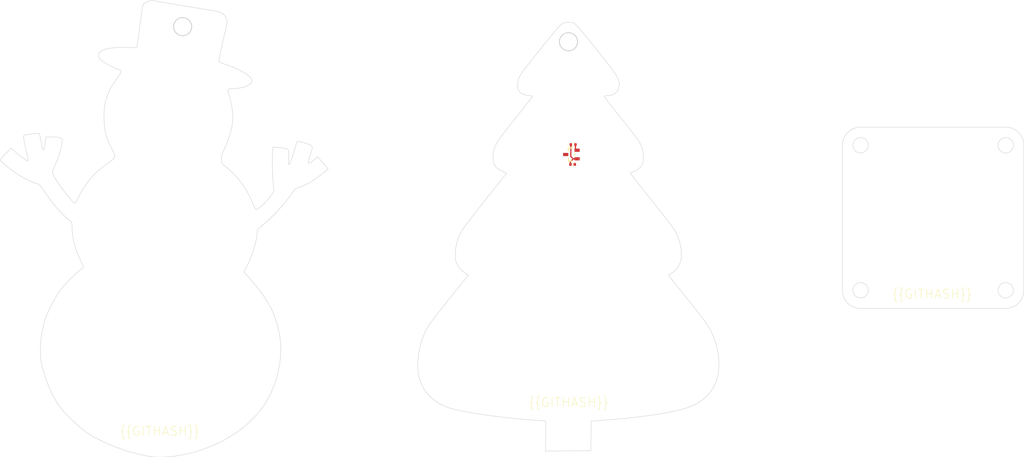
<source format=kicad_pcb>
(kicad_pcb (version 20221018) (generator pcbnew)
  (layers (0 "F.Cu" signal) (31 "B.Cu" signal) (34 "B.Paste" user) (35 "F.Paste" user) (36 "B.SilkS" user "B.Silkscreen") (37 "F.SilkS" user "F.Silkscreen") (38 "B.Mask" user) (39 "F.Mask" user) (44 "Edge.Cuts" user))
  (net 0 "")
  (net 1 "gnd")
  (net 2 "out")
  (net 3 "vcc")
  (footprint "lib:R0402" (layer "F.Cu") (at 162.254297 81.643967)
    (fp_text reference "R1" hide)
    (fp_text value "Chip Resistor - Surface Mount 1KOhms ±5% 1/16W 0402 RoHS")
    (fp_line (start -0.153641 -0.38) (end 0.153641 -0.38) (stroke (width 0.12)) (layer "F.SilkS"))
    (fp_line (start -0.153641 0.38) (end 0.153641 0.38) (stroke (width 0.12)) (layer "F.SilkS"))
    (pad "1" smd roundrect (at -0.51 0) (size 0.54 0.64) (layers "F.Cu" "F.Paste" "F.Mask") (net 3 "vcc"))
    (pad "2" smd roundrect (at 0.51 0) (size 0.54 0.64) (layers "F.Cu" "F.Paste" "F.Mask") (net 2 "out"))
  )
  (footprint "lib:SOT-23-3_L2.9-W1.3-P1.90-LS2.4-BR-CW" (layer "F.Cu") (at 161.87 83.83)
    (fp_text reference "U1" hide)
    (fp_text value "")
    (fp_line (start -0.65 -1.46) (end -0.65 -0.8) (stroke (width 0.25)) (layer "F.SilkS"))
    (fp_line (start -0.65 -1.46) (end 0.17 -1.46) (stroke (width 0.25)) (layer "F.SilkS"))
    (fp_line (start -0.65 -0.8) (end -0.65 -1.46) (stroke (width 0.25)) (layer "F.SilkS"))
    (fp_line (start -0.65 -0.8) (end -0.65 -1.46) (stroke (width 0.25)) (layer "F.SilkS"))
    (fp_line (start -0.65 1.46) (end -0.65 0.8) (stroke (width 0.25)) (layer "F.SilkS"))
    (fp_line (start 0.17 1.46) (end -0.65 1.46) (stroke (width 0.25)) (layer "F.SilkS"))
    (fp_line (start 0.76 0.3) (end 0.76 -0.3) (stroke (width 0.2)) (layer "F.SilkS"))
    (pad "1" smd rect (at 1.25 0.95) (size 1.15 0.7) (layers "F.Cu" "F.Paste" "F.Mask") (net 3 "vcc"))
    (pad "2" smd rect (at -1.25 0) (size 1.15 0.7) (layers "F.Cu" "F.Paste" "F.Mask") (net 1 "gnd"))
    (pad "3" smd rect (at 1.25 -0.95) (size 1.15 0.7) (layers "F.Cu" "F.Paste" "F.Mask") (net 2 "out"))
  )
  (footprint "lib:C0402" (layer "F.Cu") (at 162.135535 86.013842)
    (fp_text reference "C1" hide)
    (fp_text value "16V 100nF X7R ±10% 0402  Multilayer Ceramic Capacitors MLCC - SMD/SMT ROHS")
    (fp_line (start -0.107836 -0.36) (end 0.107836 -0.36) (stroke (width 0.12)) (layer "F.SilkS"))
    (fp_line (start -0.107836 0.36) (end 0.107836 0.36) (stroke (width 0.12)) (layer "F.SilkS"))
    (pad "1" smd roundrect (at -0.48 0) (size 0.56 0.62) (layers "F.Cu" "F.Paste" "F.Mask") (net 3 "vcc"))
    (pad "2" smd roundrect (at 0.48 0) (size 0.56 0.62) (layers "F.Cu" "F.Paste" "F.Mask") (net 1 "gnd"))
  )
  (gr_circle (center 225.62 81.79) (end 227.32 81.79) (stroke (width 0.1)) (fill none) (layer "Edge.Cuts"))
  (gr_circle (center 257.62 113.79) (end 259.32 113.79) (stroke (width 0.1)) (fill none) (layer "Edge.Cuts"))
  (gr_circle (center 257.62 81.79) (end 259.32 81.79) (stroke (width 0.1)) (fill none) (layer "Edge.Cuts"))
  (gr_poly (pts (xy 75.142222 50.797022) (xy 79.756606 51.568267) (xy 82.366969 51.99203) (xy 83.019066 52.095762) (xy 83.303876 52.146979) (xy 83.563537 52.198618) (xy 83.799806 52.251323) (xy 84.01444 52.305736) (xy 84.209196 52.362498) (xy 84.385831 52.422252) (xy 84.546102 52.485641) (xy 84.691766 52.553306) (xy 84.824581 52.62589) (xy 84.946303 52.704035) (xy 85.05869 52.788383) (xy 85.163499 52.879577) (xy 85.262486 52.978258) (xy 85.357409 53.08507) (xy 85.479286 53.234958) (xy 85.586233 53.378736) (xy 85.634185 53.44915) (xy 85.678498 53.519015) (xy 85.719202 53.588656) (xy 85.75633 53.658402) (xy 85.789911 53.728576) (xy 85.819976 53.799506) (xy 85.846558 53.871517) (xy 85.869686 53.944936) (xy 85.889392 54.020089) (xy 85.905707 54.097301) (xy 85.918662 54.176899) (xy 85.928287 54.259209) (xy 85.934615 54.344557) (xy 85.937675 54.433269) (xy 85.937499 54.525672) (xy 85.934119 54.62209) (xy 85.927564 54.722851) (xy 85.917866 54.82828) (xy 85.889166 55.054449) (xy 85.848266 55.303204) (xy 85.795414 55.577155) (xy 85.730859 55.878909) (xy 85.654849 56.211077) (xy 84.878546 59.55341) (xy 84.657875 60.550977) (xy 84.450892 61.532488) (xy 84.331406 62.116419) (xy 84.229648 62.629765) (xy 84.15639 63.017063) (xy 84.122409 63.222849) (xy 84.123062 63.236814) (xy 84.127967 63.251873) (xy 84.137065 63.268001) (xy 84.150302 63.285171) (xy 84.167619 63.303357) (xy 84.188962 63.322534) (xy 84.214273 63.342674) (xy 84.243497 63.363751) (xy 84.313454 63.408613) (xy 84.398381 63.456909) (xy 84.497828 63.50843) (xy 84.611342 63.562966) (xy 84.738473 63.620306) (xy 84.878767 63.680241) (xy 85.031775 63.742561) (xy 85.197043 63.807056) (xy 85.374121 63.873515) (xy 85.562558 63.94173) (xy 85.7619 64.011489) (xy 85.971698 64.082583) (xy 86.585981 64.296029) (xy 87.172975 64.516947) (xy 87.730729 64.744054) (xy 88.257293 64.976069) (xy 88.75072 65.211708) (xy 89.209058 65.449689) (xy 89.63036 65.68873) (xy 90.012676 65.927548) (xy 90.354056 66.16486) (xy 90.652552 66.399385) (xy 90.906214 66.629839) (xy 91.113092 66.85494) (xy 91.271238 67.073405) (xy 91.378702 67.283953) (xy 91.412819 67.385857) (xy 91.433535 67.485301) (xy 91.440605 67.582123) (xy 91.433787 67.676165) (xy 91.41712 67.753004) (xy 91.390362 67.829368) (xy 91.35383 67.905131) (xy 91.307839 67.980165) (xy 91.252707 68.054343) (xy 91.188749 68.12754) (xy 91.116281 68.199626) (xy 91.03562 68.270477) (xy 90.947082 68.339964) (xy 90.850984 68.407961) (xy 90.747641 68.47434) (xy 90.637371 68.538975) (xy 90.520488 68.601739) (xy 90.39731 68.662505) (xy 90.268153 68.721145) (xy 90.133332 68.777534) (xy 89.993165 68.831543) (xy 89.847967 68.883047) (xy 89.543745 68.978027) (xy 89.223197 69.06146) (xy 88.888852 69.132329) (xy 88.54324 69.189618) (xy 88.188892 69.232313) (xy 88.009232 69.24787) (xy 87.828337 69.259397) (xy 87.646523 69.266767) (xy 87.464106 69.269854) (xy 87.202959 69.272042) (xy 86.97453 69.277492) (xy 86.777472 69.288473) (xy 86.690288 69.296746) (xy 86.610443 69.307253) (xy 86.537768 69.320276) (xy 86.472096 69.3361) (xy 86.413258 69.355009) (xy 86.361087 69.377285) (xy 86.315414 69.403211) (xy 86.276071 69.433073) (xy 86.24289 69.467154) (xy 86.215703 69.505736) (xy 86.194342 69.549103) (xy 86.178638 69.59754) (xy 86.168424 69.65133) (xy 86.163532 69.710755) (xy 86.163793 69.776101) (xy 86.169039 69.847649) (xy 86.179102 69.925685) (xy 86.193814 70.010491) (xy 86.236514 70.20155) (xy 86.295792 70.423093) (xy 86.370304 70.677389) (xy 86.458705 70.966708) (xy 86.582128 71.384478) (xy 86.694998 71.803093) (xy 86.797211 72.221567) (xy 86.888665 72.638919) (xy 86.969257 73.054166) (xy 87.038885 73.466323) (xy 87.097447 73.874409) (xy 87.144838 74.277439) (xy 87.180958 74.674432) (xy 87.205702 75.064404) (xy 87.21897 75.446371) (xy 87.220657 75.819352) (xy 87.210662 76.182361) (xy 87.188881 76.534418) (xy 87.155212 76.874538) (xy 87.109553 77.201739) (xy 86.986123 77.871628) (xy 86.830027 78.558912) (xy 86.643845 79.255662) (xy 86.430157 79.953949) (xy 86.19154 80.645848) (xy 85.930575 81.323429) (xy 85.649841 81.978766) (xy 85.351916 82.60393) (xy 85.189192 82.938586) (xy 85.118752 83.093315) (xy 85.055229 83.240939) (xy 84.998352 83.382431) (xy 84.947849 83.518761) (xy 84.903447 83.650903) (xy 84.864875 83.779828) (xy 84.831859 83.906506) (xy 84.804129 84.031911) (xy 84.781412 84.157013) (xy 84.763435 84.282785) (xy 84.749927 84.410197) (xy 84.740615 84.540223) (xy 84.735228 84.673833) (xy 84.733493 84.811999) (xy 84.736223 85.129082) (xy 84.741369 85.261496) (xy 84.750575 85.379459) (xy 84.764997 85.485194) (xy 84.774524 85.534172) (xy 84.785789 85.580928) (xy 84.798934 85.625739) (xy 84.814106 85.668884) (xy 84.831447 85.710641) (xy 84.851104 85.751288) (xy 84.873219 85.791103) (xy 84.897937 85.830364) (xy 84.925403 85.869349) (xy 84.955761 85.908337) (xy 84.989155 85.947605) (xy 85.02573 85.987432) (xy 85.109 86.069873) (xy 85.206725 86.157886) (xy 85.320061 86.253696) (xy 85.598185 86.477602) (xy 86.096863 86.886277) (xy 86.577755 87.306529) (xy 87.04138 87.739064) (xy 87.488258 88.184586) (xy 87.918909 88.6438) (xy 88.333852 89.117412) (xy 88.733607 89.606125) (xy 89.118694 90.110646) (xy 89.489632 90.631678) (xy 89.846941 91.169927) (xy 90.19114 91.726098) (xy 90.52275 92.300895) (xy 90.84229 92.895024) (xy 91.150279 93.509189) (xy 91.447237 94.144095) (xy 91.733683 94.800448) (xy 91.84059 95.047283) (xy 91.945802 95.277558) (xy 92.046625 95.486234) (xy 92.140364 95.668271) (xy 92.224324 95.818627) (xy 92.295813 95.932265) (xy 92.326039 95.973739) (xy 92.352136 96.004143) (xy 92.373767 96.022848) (xy 92.382804 96.027616) (xy 92.390597 96.029223) (xy 92.399173 96.028006) (xy 92.410522 96.024397) (xy 92.441219 96.010237) (xy 92.482045 95.987221) (xy 92.53236 95.955824) (xy 92.591521 95.916524) (xy 92.658887 95.869798) (xy 92.815666 95.755976) (xy 92.997564 95.618173) (xy 93.199447 95.460204) (xy 93.416182 95.285885) (xy 93.642634 95.099032) (xy 93.891007 94.882848) (xy 94.141366 94.648628) (xy 94.390948 94.400061) (xy 94.636991 94.140836) (xy 94.87673 93.874641) (xy 95.107403 93.605164) (xy 95.326247 93.336095) (xy 95.530498 93.071122) (xy 95.717394 92.813933) (xy 95.884171 92.568218) (xy 96.028066 92.337665) (xy 96.146316 92.125962) (xy 96.236159 91.936798) (xy 96.294829 91.773863) (xy 96.311612 91.703383) (xy 96.319566 91.640844) (xy 96.318345 91.586706) (xy 96.307605 91.54143) (xy 96.264441 91.378418) (xy 96.221593 91.121805) (xy 96.138989 90.373142) (xy 96.064068 89.386161) (xy 96.001109 88.251583) (xy 95.954389 87.060129) (xy 95.928186 85.902519) (xy 95.926777 84.869474) (xy 95.95444 84.051714) (xy 96.07471 82.177477) (xy 97.36716 82.304781) (xy 98.13507 82.379263) (xy 98.441266 82.413109) (xy 98.700599 82.449744) (xy 98.916803 82.492956) (xy 99.009898 82.518212) (xy 99.09361 82.546534) (xy 99.168406 82.578395) (xy 99.234753 82.614268) (xy 99.293117 82.654627) (xy 99.343964 82.699946) (xy 99.387763 82.750698) (xy 99.424978 82.807357) (xy 99.456076 82.870396) (xy 99.481525 82.94029) (xy 99.501791 83.017511) (xy 99.51734 83.102533) (xy 99.536155 83.297877) (xy 99.541702 83.530109) (xy 99.537716 83.803018) (xy 99.51607 84.486025) (xy 99.501811 85.019341) (xy 99.495778 85.429631) (xy 99.49953 85.727933) (xy 99.505563 85.838537) (xy 99.514626 85.925284) (xy 99.526915 85.989553) (xy 99.542625 86.032723) (xy 99.551823 86.046828) (xy 99.56195 86.056175) (xy 99.573029 86.060938) (xy 99.585085 86.061289) (xy 99.612224 86.049443) (xy 99.643564 86.022019) (xy 99.679299 85.980395) (xy 99.719623 85.925951) (xy 99.770963 85.835961) (xy 99.83738 85.6921) (xy 100.00736 85.267042) (xy 100.213404 84.699332) (xy 100.439353 84.037526) (xy 100.669049 83.330178) (xy 100.886332 82.625845) (xy 101.075044 81.973082) (xy 101.219027 81.420443) (xy 101.232451 81.367288) (xy 101.246658 81.317349) (xy 101.261814 81.270604) (xy 101.278084 81.227032) (xy 101.295634 81.186611) (xy 101.314631 81.149321) (xy 101.33524 81.115138) (xy 101.357628 81.084043) (xy 101.381959 81.056013) (xy 101.4084 81.031027) (xy 101.437117 81.009064) (xy 101.468275 80.990102) (xy 101.502041 80.974119) (xy 101.538581 80.961095) (xy 101.578059 80.951007) (xy 101.620643 80.943835) (xy 101.666497 80.939556) (xy 101.715788 80.938149) (xy 101.768682 80.939594) (xy 101.825345 80.943867) (xy 101.885942 80.950949) (xy 101.950639 80.960817) (xy 102.019603 80.97345) (xy 102.092998 80.988826) (xy 102.170992 81.006924) (xy 102.253749 81.027723) (xy 102.434219 81.077337) (xy 102.635734 81.137495) (xy 102.859622 81.208025) (xy 103.581471 81.438726) (xy 103.868146 81.535185) (xy 104.108644 81.625316) (xy 104.212356 81.669476) (xy 104.305459 81.713816) (xy 104.388264 81.758923) (xy 104.461082 81.805384) (xy 104.524226 81.853787) (xy 104.578006 81.904719) (xy 104.622735 81.958768) (xy 104.658725 82.01652) (xy 104.686285 82.078563) (xy 104.705729 82.145484) (xy 104.717368 82.217871) (xy 104.721513 82.296311) (xy 104.718476 82.381392) (xy 104.708568 82.4737) (xy 104.692102 82.573823) (xy 104.669388 82.682348) (xy 104.606464 82.926954) (xy 104.522289 83.212218) (xy 104.300158 83.92351) (xy 104.076968 84.658354) (xy 103.993442 84.95378) (xy 103.929762 85.203046) (xy 103.886777 85.407528) (xy 103.865337 85.568604) (xy 103.862962 85.633296) (xy 103.866292 85.687652) (xy 103.875434 85.731846) (xy 103.890492 85.766049) (xy 103.911574 85.790433) (xy 103.938786 85.805172) (xy 103.972234 85.810436) (xy 104.012025 85.806398) (xy 104.058263 85.79323) (xy 104.111056 85.771105) (xy 104.236732 85.700671) (xy 104.3899 85.596472) (xy 104.571411 85.459887) (xy 105.02286 85.095065) (xy 105.918216 84.355181) (xy 106.388476 84.86751) (xy 106.496975 84.987739) (xy 106.625318 85.133369) (xy 106.92254 85.478508) (xy 107.242155 85.858286) (xy 107.546176 86.22806) (xy 108.2336 87.076296) (xy 106.72333 88.254687) (xy 106.031007 88.783192) (xy 105.392025 89.245391) (xy 105.089314 89.453516) (xy 104.796071 89.647331) (xy 104.511007 89.827593) (xy 104.232833 89.995056) (xy 103.960259 90.150478) (xy 103.691998 90.294613) (xy 103.426759 90.428217) (xy 103.163254 90.552046) (xy 102.900193 90.666855) (xy 102.636288 90.773401) (xy 102.370249 90.872439) (xy 102.100787 90.964724) (xy 101.955978 91.013649) (xy 101.818902 91.062832) (xy 101.689432 91.112348) (xy 101.567439 91.162273) (xy 101.452795 91.212683) (xy 101.345371 91.263651) (xy 101.245039 91.315254) (xy 101.151671 91.367567) (xy 101.065138 91.420665) (xy 100.985313 91.474624) (xy 100.912065 91.529517) (xy 100.845269 91.585421) (xy 100.784794 91.642412) (xy 100.730512 91.700563) (xy 100.682296 91.759951) (xy 100.640017 91.82065) (xy 100.313962 92.312951) (xy 99.958065 92.82026) (xy 99.575318 93.339289) (xy 99.168711 93.866747) (xy 98.741234 94.399346) (xy 98.295878 94.933795) (xy 97.835635 95.466804) (xy 97.363494 95.995083) (xy 96.882446 96.515343) (xy 96.395482 97.024295) (xy 95.905593 97.518647) (xy 95.415769 97.995111) (xy 94.929002 98.450396) (xy 94.44828 98.881213) (xy 93.976596 99.284272) (xy 93.51694 99.656283) (xy 93.364132 99.777198) (xy 93.228349 99.887118) (xy 93.108601 99.987555) (xy 93.003899 100.080022) (xy 92.913256 100.166032) (xy 92.835682 100.247098) (xy 92.770188 100.324733) (xy 92.741662 100.362737) (xy 92.715786 100.40045) (xy 92.692435 100.438062) (xy 92.671487 100.475762) (xy 92.652817 100.513738) (xy 92.636302 100.552181) (xy 92.621819 100.591279) (xy 92.609244 100.631221) (xy 92.589322 100.714395) (xy 92.575548 100.803215) (xy 92.566934 100.899195) (xy 92.56249 101.003847) (xy 92.561229 101.118685) (xy 92.548214 101.459191) (xy 92.510172 101.840399) (xy 92.448603 102.257479) (xy 92.365007 102.705605) (xy 92.260885 103.179948) (xy 92.137739 103.675679) (xy 91.997068 104.187971) (xy 91.840373 104.711996) (xy 91.669155 105.242926) (xy 91.484915 105.775933) (xy 91.289154 106.306188) (xy 91.083372 106.828864) (xy 90.86907 107.339132) (xy 90.647749 107.832164) (xy 90.420909 108.303133) (xy 90.190051 108.74721) (xy 89.658061 109.729433) (xy 90.799319 111.025652) (xy 91.552256 111.894452) (xy 92.247519 112.726345) (xy 92.887901 113.52649) (xy 93.476195 114.300047) (xy 94.015193 115.052178) (xy 94.507688 115.788042) (xy 94.956473 116.5128) (xy 95.364341 117.231612) (xy 95.734083 117.949638) (xy 96.068493 118.672038) (xy 96.370364 119.403974) (xy 96.642488 120.150605) (xy 96.887657 120.917091) (xy 97.108665 121.708593) (xy 97.308304 122.530271) (xy 97.489367 123.387286) (xy 97.659586 124.435519) (xy 97.764545 125.512723) (xy 97.805707 126.613102) (xy 97.784533 127.73086) (xy 97.702485 128.860202) (xy 97.561026 129.995332) (xy 97.361618 131.130454) (xy 97.105722 132.259774) (xy 96.794801 133.377494) (xy 96.430316 134.47782) (xy 96.01373 135.554956) (xy 95.546505 136.603107) (xy 95.030102 137.616476) (xy 94.465984 138.589268) (xy 93.855613 139.515689) (xy 93.20045 140.389941) (xy 92.386005 141.350273) (xy 91.510226 142.273552) (xy 90.576227 143.158109) (xy 89.587122 144.002278) (xy 88.546024 144.80439) (xy 87.456048 145.562779) (xy 86.320308 146.275777) (xy 85.141916 146.941716) (xy 83.923988 147.558929) (xy 82.669636 148.125749) (xy 81.381976 148.640508) (xy 80.06412 149.101539) (xy 78.719182 149.507174) (xy 77.350277 149.855747) (xy 75.960518 150.145589) (xy 74.553019 150.375033) (xy 73.862872 150.459306) (xy 73.131633 150.525975) (xy 72.383923 150.574372) (xy 71.644361 150.603827) (xy 70.93757 150.613671) (xy 70.288169 150.603235) (xy 69.720779 150.57185) (xy 69.475532 150.548093) (xy 69.26002 150.518847) (xy 69.260051 150.518832) (xy 67.831835 150.262486) (xy 66.416949 149.953785) (xy 65.016193 149.592984) (xy 63.630368 149.180338) (xy 62.260274 148.716103) (xy 60.90671 148.200532) (xy 59.570477 147.633881) (xy 58.252375 147.016405) (xy 57.283074 146.528505) (xy 56.847829 146.298277) (xy 56.438641 146.072324) (xy 56.050351 145.846994) (xy 55.6778 145.618633) (xy 55.315827 145.383588) (xy 54.959273 145.138205) (xy 54.602979 144.87883) (xy 54.241783 144.601811) (xy 53.870528 144.303492) (xy 53.484054 143.980222) (xy 52.644807 143.244211) (xy 51.682765 142.36455) (xy 51.097036 141.804159) (xy 50.54538 141.238954) (xy 50.025658 140.665073) (xy 49.535731 140.078649) (xy 49.07346 139.475819) (xy 48.636705 138.852719) (xy 48.223328 138.205483) (xy 47.831189 137.530249) (xy 47.458149 136.823151) (xy 47.10207 136.080325) (xy 46.760812 135.297907) (xy 46.432236 134.472032) (xy 46.114202 133.598836) (xy 45.804573 132.674455) (xy 45.501208 131.695024) (xy 45.201968 130.656679) (xy 45.078569 130.147371) (xy 44.978794 129.594224) (xy 44.90231 129.00242) (xy 44.848785 128.377144) (xy 44.817886 127.723579) (xy 44.809281 127.046907) (xy 44.822637 126.352311) (xy 44.857621 125.644974) (xy 44.913901 124.93008) (xy 44.991145 124.212811) (xy 45.089019 123.498351) (xy 45.207191 122.791883) (xy 45.345328 122.098589) (xy 45.503099 121.423652) (xy 45.68017 120.772256) (xy 45.876208 120.149584) (xy 46.005143 119.787909) (xy 46.154924 119.401263) (xy 46.508073 118.570286) (xy 46.917749 117.69111) (xy 47.366047 116.79819) (xy 47.83506 115.92598) (xy 48.306883 115.108937) (xy 48.76361 114.381515) (xy 48.980717 114.062179) (xy 49.187335 113.77817) (xy 49.387433 113.519297) (xy 49.599256 113.255538) (xy 50.056372 112.715109) (xy 50.555279 112.160374) (xy 51.092575 111.594824) (xy 51.664855 111.021952) (xy 52.268718 110.445248) (xy 52.900758 109.868205) (xy 53.557574 109.294314) (xy 54.329783 108.634142) (xy 53.616031 107.110232) (xy 53.390001 106.6154) (xy 53.179365 106.128819) (xy 52.984012 105.650049) (xy 52.803829 105.178652) (xy 52.638704 104.71419) (xy 52.488525 104.256224) (xy 52.353181 103.804315) (xy 52.232559 103.358025) (xy 52.126547 102.916915) (xy 52.035034 102.480548) (xy 51.957906 102.048484) (xy 51.895053 101.620284) (xy 51.846363 101.195511) (xy 51.811722 100.773726) (xy 51.79102 100.35449) (xy 51.784144 99.937365) (xy 51.780657 99.620612) (xy 51.776007 99.482669) (xy 51.769161 99.357285) (xy 51.759927 99.243666) (xy 51.748111 99.141014) (xy 51.733519 99.048534) (xy 51.715958 98.96543) (xy 51.695233 98.890904) (xy 51.671153 98.824161) (xy 51.643523 98.764406) (xy 51.612149 98.71084) (xy 51.576839 98.662669) (xy 51.537399 98.619096) (xy 51.493635 98.579325) (xy 51.445353 98.542559) (xy 51.149902 98.324092) (xy 50.839064 98.073347) (xy 50.514896 97.792628) (xy 50.179453 97.484238) (xy 49.834791 97.150482) (xy 49.482966 96.793665) (xy 49.126033 96.41609) (xy 48.766047 96.020062) (xy 48.405065 95.607885) (xy 48.045142 95.181864) (xy 47.688333 94.744302) (xy 47.336694 94.297504) (xy 46.992281 93.843774) (xy 46.657149 93.385417) (xy 46.333354 92.924737) (xy 46.022952 92.464037) (xy 45.611719 91.844971) (xy 45.279782 91.362091) (xy 45.137757 91.165551) (xy 45.008606 90.995655) (xy 44.89001 90.849933) (xy 44.779654 90.725918) (xy 44.675221 90.621143) (xy 44.574392 90.533138) (xy 44.474852 90.459437) (xy 44.374284 90.397571) (xy 44.27037 90.345073) (xy 44.160793 90.299474) (xy 44.043237 90.258307) (xy 43.915385 90.219103) (xy 43.593888 90.117525) (xy 43.255864 89.996009) (xy 42.903268 89.855657) (xy 42.538058 89.697573) (xy 42.162189 89.522858) (xy 41.777618 89.332616) (xy 41.386301 89.127951) (xy 40.990194 88.909964) (xy 40.591254 88.679759) (xy 40.191438 88.438438) (xy 39.792701 88.187105) (xy 39.396999 87.926862) (xy 39.00629 87.658812) (xy 38.622529 87.384058) (xy 38.247673 87.103703) (xy 37.883677 86.81885) (xy 37.49456 86.502783) (xy 37.131548 86.199554) (xy 36.802586 85.916398) (xy 36.515619 85.660548) (xy 36.278593 85.439239) (xy 36.099452 85.259705) (xy 36.034071 85.187865) (xy 35.986141 85.129182) (xy 35.956654 85.08456) (xy 35.946605 85.054903) (xy 35.948192 85.042433) (xy 35.952903 85.026953) (xy 35.971384 84.987332) (xy 36.001425 84.936776) (xy 36.042403 84.876021) (xy 36.093695 84.805804) (xy 36.154681 84.726859) (xy 36.224736 84.639924) (xy 36.303239 84.545735) (xy 36.389567 84.445026) (xy 36.483097 84.338536) (xy 36.689276 84.11115) (xy 36.916796 83.869466) (xy 37.037003 83.745102) (xy 37.160678 83.619372) (xy 38.374759 82.395922) (xy 39.365809 83.301684) (xy 39.814301 83.698656) (xy 40.266196 84.075272) (xy 40.704205 84.419302) (xy 41.111041 84.718514) (xy 41.469414 84.960676) (xy 41.625024 85.056541) (xy 41.762035 85.133557) (xy 41.878286 85.190195) (xy 41.971615 85.224926) (xy 42.039863 85.236222) (xy 42.063905 85.232603) (xy 42.080867 85.222552) (xy 42.085566 85.215268) (xy 42.089233 85.203934) (xy 42.093537 85.169549) (xy 42.093921 85.120268) (xy 42.090523 85.056964) (xy 42.083485 84.98051) (xy 42.072948 84.891778) (xy 42.059051 84.79164) (xy 42.041937 84.68097) (xy 41.998614 84.43152) (xy 41.944105 84.150408) (xy 41.879534 83.844615) (xy 41.806025 83.52112) (xy 41.578977 82.541169) (xy 41.399614 81.732306) (xy 41.265507 81.079136) (xy 41.174225 80.56626) (xy 41.123338 80.17828) (xy 41.112283 80.026315) (xy 41.110416 79.899799) (xy 41.117432 79.796809) (xy 41.133029 79.71542) (xy 41.156901 79.653706) (xy 41.188746 79.609743) (xy 41.213078 79.592846) (xy 41.252556 79.575085) (xy 41.372962 79.537437) (xy 41.541984 79.497733) (xy 41.751641 79.456905) (xy 42.26094 79.37561) (xy 42.837013 79.301016) (xy 43.416018 79.240586) (xy 43.934111 79.201782) (xy 44.150364 79.192822) (xy 44.327447 79.192067) (xy 44.45738 79.20045) (xy 44.532183 79.218905) (xy 44.538527 79.223215) (xy 44.545097 79.229471) (xy 44.551878 79.23762) (xy 44.558855 79.247608) (xy 44.573336 79.272888) (xy 44.588416 79.304879) (xy 44.603974 79.343154) (xy 44.619887 79.387282) (xy 44.636031 79.436835) (xy 44.652284 79.491383) (xy 44.668525 79.550496) (xy 44.684629 79.613746) (xy 44.700475 79.680703) (xy 44.715939 79.750937) (xy 44.7309 79.82402) (xy 44.745234 79.899521) (xy 44.75882 79.977012) (xy 44.771533 80.056063) (xy 44.946351 81.130774) (xy 45.025944 81.564983) (xy 45.101061 81.931234) (xy 45.172253 82.230134) (xy 45.24007 82.462288) (xy 45.305063 82.628302) (xy 45.336673 82.686696) (xy 45.367783 82.728781) (xy 45.398463 82.754634) (xy 45.428781 82.764331) (xy 45.458807 82.757947) (xy 45.488608 82.735557) (xy 45.518254 82.697238) (xy 45.547814 82.643066) (xy 45.606951 82.487462) (xy 45.666568 82.269351) (xy 45.727218 81.98934) (xy 45.78945 81.648032) (xy 45.853816 81.246035) (xy 46.055377 79.918581) (xy 47.417926 79.96628) (xy 48.109143 79.993687) (xy 48.392021 80.009194) (xy 48.636741 80.027435) (xy 48.846051 80.049559) (xy 49.022696 80.076715) (xy 49.169424 80.110051) (xy 49.288982 80.150717) (xy 49.339431 80.174158) (xy 49.384117 80.199861) (xy 49.423385 80.227972) (xy 49.457577 80.258632) (xy 49.487036 80.291987) (xy 49.512107 80.32818) (xy 49.533132 80.367353) (xy 49.550455 80.409652) (xy 49.575367 80.504197) (xy 49.589592 80.612965) (xy 49.595876 80.737105) (xy 49.596965 80.877764) (xy 49.590289 81.099803) (xy 49.571905 81.336737) (xy 49.542029 81.587807) (xy 49.500879 81.852253) (xy 49.448672 82.129318) (xy 49.385623 82.418243) (xy 49.311951 82.718269) (xy 49.227873 83.028637) (xy 49.133604 83.34859) (xy 49.029362 83.677367) (xy 48.915364 84.014212) (xy 48.791827 84.358364) (xy 48.658967 84.709065) (xy 48.517002 85.065558) (xy 48.366148 85.427082) (xy 48.206622 85.792879) (xy 47.949769 86.374791) (xy 47.755997 86.832451) (xy 47.68104 87.021721) (xy 47.619784 87.188367) (xy 47.571537 87.335205) (xy 47.535609 87.465048) (xy 47.511311 87.580709) (xy 47.497952 87.685002) (xy 47.494842 87.78074) (xy 47.501291 87.870737) (xy 47.516609 87.957807) (xy 47.540106 88.044763) (xy 47.571091 88.134418) (xy 47.608874 88.229586) (xy 47.761079 88.551834) (xy 47.975096 88.939463) (xy 48.241913 89.380584) (xy 48.55252 89.863307) (xy 49.269066 90.905997) (xy 50.052651 91.972411) (xy 50.831193 92.967426) (xy 51.196047 93.408433) (xy 51.532609 93.795921) (xy 51.831869 94.117998) (xy 52.084818 94.362774) (xy 52.282443 94.518359) (xy 52.357694 94.558989) (xy 52.415736 94.572863) (xy 52.426811 94.571375) (xy 52.439084 94.56696) (xy 52.452509 94.559691) (xy 52.467041 94.549641) (xy 52.482633 94.536883) (xy 52.499239 94.521489) (xy 52.516813 94.503532) (xy 52.535309 94.483086) (xy 52.574881 94.435018) (xy 52.617586 94.377866) (xy 52.663055 94.312214) (xy 52.710918 94.238646) (xy 52.760808 94.157745) (xy 52.812354 94.070093) (xy 52.865187 93.976276) (xy 52.918939 93.876875) (xy 52.97324 93.772474) (xy 53.02772 93.663657) (xy 53.082012 93.551007) (xy 53.135745 93.435107) (xy 53.405424 92.869327) (xy 53.69623 92.311615) (xy 54.007442 91.76282) (xy 54.338342 91.223792) (xy 54.688208 90.695381) (xy 55.05632 90.178436) (xy 55.441958 89.673808) (xy 55.844402 89.182347) (xy 56.262932 88.704901) (xy 56.696828 88.242322) (xy 57.145369 87.795459) (xy 57.607836 87.365163) (xy 58.083508 86.952281) (xy 58.571665 86.557666) (xy 59.071586 86.182166) (xy 59.582553 85.826632) (xy 59.914962 85.598282) (xy 60.214172 85.3804) (xy 60.477869 85.17504) (xy 60.595674 85.077698) (xy 60.703732 84.984257) (xy 60.801753 84.894974) (xy 60.889447 84.810106) (xy 60.966524 84.72991) (xy 61.032694 84.654642) (xy 61.087669 84.584559) (xy 61.131158 84.519919) (xy 61.162872 84.460977) (xy 61.182521 84.407992) (xy 61.189444 84.378526) (xy 61.194656 84.347449) (xy 61.198136 84.314702) (xy 61.199864 84.280227) (xy 61.197977 84.205863) (xy 61.188829 84.123892) (xy 61.172254 84.033852) (xy 61.148084 83.935279) (xy 61.116154 83.82771) (xy 61.076297 83.71068) (xy 61.028345 83.583727) (xy 60.972134 83.446388) (xy 60.907495 83.298197) (xy 60.834263 83.138693) (xy 60.75227 82.967412) (xy 60.661351 82.783889) (xy 60.561339 82.587662) (xy 60.452067 82.378268) (xy 60.237971 81.961359) (xy 60.041673 81.555601) (xy 59.862568 81.158484) (xy 59.700049 80.767498) (xy 59.553508 80.380135) (xy 59.422339 79.993885) (xy 59.305935 79.60624) (xy 59.203689 79.21469) (xy 59.114995 78.816725) (xy 59.039245 78.409838) (xy 58.975833 77.991518) (xy 58.924151 77.559256) (xy 58.883594 77.110544) (xy 58.853553 76.642872) (xy 58.833423 76.153731) (xy 58.822596 75.640612) (xy 58.82378 75.019765) (xy 58.843433 74.425285) (xy 58.882591 73.854032) (xy 58.942291 73.302869) (xy 59.023569 72.768658) (xy 59.127459 72.248262) (xy 59.255 71.738542) (xy 59.407225 71.236361) (xy 59.585172 70.73858) (xy 59.789877 70.242062) (xy 60.022374 69.743669) (xy 60.283701 69.240263) (xy 60.574893 68.728705) (xy 60.896986 68.205859) (xy 61.251015 67.668586) (xy 61.638018 67.113749) (xy 61.84244 66.825076) (xy 62.020375 66.566593) (xy 62.17201 66.336298) (xy 62.29753 66.132187) (xy 62.397121 65.95226) (xy 62.470968 65.794512) (xy 62.498296 65.72333) (xy 62.519258 65.656942) (xy 62.533877 65.595098) (xy 62.542176 65.537547) (xy 62.544179 65.484039) (xy 62.539908 65.434323) (xy 62.529387 65.388151) (xy 62.512639 65.34527) (xy 62.489688 65.305431) (xy 62.460556 65.268384) (xy 62.425267 65.233878) (xy 62.383844 65.201662) (xy 62.33631 65.171487) (xy 62.282689 65.143103) (xy 62.157276 65.090703) (xy 62.007792 65.042459) (xy 61.834422 64.996371) (xy 61.657986 64.943069) (xy 61.445562 64.862593) (xy 61.203024 64.758325) (xy 60.93625 64.633653) (xy 60.353499 64.336631) (xy 59.744319 63.998608) (xy 59.155721 63.646664) (xy 58.634716 63.307879) (xy 58.414252 63.151884) (xy 58.228316 63.009334) (xy 58.082783 62.883614) (xy 57.983531 62.778109) (xy 57.869943 62.622242) (xy 57.777351 62.470362) (xy 57.705558 62.322559) (xy 57.654369 62.178917) (xy 57.623588 62.039526) (xy 57.613018 61.904471) (xy 57.622463 61.773839) (xy 57.651728 61.647718) (xy 57.700616 61.526195) (xy 57.768931 61.409356) (xy 57.856477 61.297289) (xy 57.963058 61.190081) (xy 58.088479 61.087819) (xy 58.232542 60.99059) (xy 58.395052 60.89848) (xy 58.575812 60.811578) (xy 58.774627 60.72997) (xy 58.991301 60.653743) (xy 59.225638 60.582984) (xy 59.477441 60.51778) (xy 59.746514 60.458218) (xy 60.032661 60.404385) (xy 60.335687 60.356369) (xy 60.655395 60.314256) (xy 60.991589 60.278134) (xy 61.344073 60.248089) (xy 61.712651 60.224208) (xy 62.097127 60.20658) (xy 62.497305 60.195289) (xy 62.912988 60.190424) (xy 63.343981 60.192072) (xy 63.790088 60.20032) (xy 66.056857 60.258219) (xy 66.273486 58.80189) (xy 66.542465 56.891029) (xy 66.884944 54.341891) (xy 67.190183 52.053843) (xy 67.248082 51.679802) (xy 67.303557 51.37005) (xy 67.359078 51.117137) (xy 67.417116 50.913616) (xy 67.48014 50.752035) (xy 67.55062 50.624945) (xy 67.631027 50.524898) (xy 67.72383 50.444442) (xy 67.831501 50.37613) (xy 67.956508 50.312512) (xy 68.268412 50.169558) (xy 69.100734 49.778315)) (stroke (width 0.1)) (fill none) (layer "Edge.Cuts"))
  (gr_arc (start 261.62 113.79) (mid 260.448427 116.618427) (end 257.62 117.79) (stroke (width 0.1)) (layer "Edge.Cuts"))
  (gr_arc (start 225.62 117.79) (mid 222.791573 116.618427) (end 221.62 113.79) (stroke (width 0.1)) (layer "Edge.Cuts"))
  (gr_line (start 261.62 113.79) (end 261.62 81.79) (stroke (width 0.1)) (layer "Edge.Cuts"))
  (gr_circle (center 161.229974 58.946031) (end 163.229974 58.946031) (stroke (width 0.2)) (fill none) (layer "Edge.Cuts"))
  (gr_line (start 221.62 81.79) (end 221.62 113.79) (stroke (width 0.1)) (layer "Edge.Cuts"))
  (gr_arc (start 257.62 77.79) (mid 260.448427 78.961573) (end 261.62 81.79) (stroke (width 0.1)) (layer "Edge.Cuts"))
  (gr_poly (pts (xy 161.429183 54.643361) (xy 161.588699 54.648976) (xy 161.743405 54.660128) (xy 161.8913 54.67685) (xy 162.030385 54.699174) (xy 162.158659 54.727132) (xy 162.274122 54.760758) (xy 162.374774 54.800082) (xy 162.418214 54.822065) (xy 162.465501 54.850416) (xy 162.517128 54.885713) (xy 162.573587 54.928531) (xy 162.702967 55.039035) (xy 162.857578 55.186538) (xy 163.041357 55.37565) (xy 163.258241 55.610981) (xy 163.512165 55.897139) (xy 163.807067 56.238735) (xy 164.146884 56.640378) (xy 164.53555 57.106678) (xy 164.977005 57.642244) (xy 165.475183 58.251687) (xy 166.657456 59.710639) (xy 168.113864 61.520411) (xy 169.490282 63.25197) (xy 170.562092 64.650979) (xy 170.993296 65.243203) (xy 171.359779 65.7732) (xy 171.665351 66.247941) (xy 171.913823 66.674396) (xy 172.109006 67.059535) (xy 172.254708 67.41033) (xy 172.354741 67.733749) (xy 172.412915 68.036764) (xy 172.433041 68.326344) (xy 172.418927 68.609461) (xy 172.374385 68.893084) (xy 172.303226 69.184183) (xy 172.274597 69.278158) (xy 172.242 69.369887) (xy 172.205507 69.459324) (xy 172.165188 69.546423) (xy 172.121114 69.631137) (xy 172.073357 69.713419) (xy 172.021987 69.793223) (xy 171.967076 69.870502) (xy 171.908694 69.945208) (xy 171.846914 70.017296) (xy 171.781806 70.08672) (xy 171.71344 70.153431) (xy 171.641889 70.217383) (xy 171.567223 70.278531) (xy 171.489513 70.336826) (xy 171.408831 70.392223) (xy 171.325247 70.444674) (xy 171.238833 70.494134) (xy 171.14966 70.540554) (xy 171.057799 70.58389) (xy 170.96332 70.624093) (xy 170.866295 70.661118) (xy 170.766796 70.694917) (xy 170.664893 70.725444) (xy 170.560657 70.752652) (xy 170.45416 70.776495) (xy 170.345472 70.796926) (xy 170.234664 70.813898) (xy 170.121809 70.827364) (xy 170.006976 70.837278) (xy 169.890237 70.843593) (xy 169.771663 70.846262) (xy 169.726607 70.847177) (xy 169.681188 70.849133) (xy 169.590479 70.855957) (xy 169.501974 70.8663) (xy 169.418107 70.879728) (xy 169.378675 70.887463) (xy 169.341315 70.895806) (xy 169.306334 70.904703) (xy 169.274034 70.9141) (xy 169.244721 70.923942) (xy 169.218699 70.934176) (xy 169.196272 70.944746) (xy 169.177745 70.955599) (xy 169.171643 70.965792) (xy 169.172154 70.983757) (xy 169.17922 71.009417) (xy 169.192785 71.042693) (xy 169.239181 71.131786) (xy 169.310885 71.250417) (xy 169.407439 71.397965) (xy 169.528385 71.573811) (xy 169.673265 71.777334) (xy 169.841623 72.007915) (xy 170.246938 72.547768) (xy 170.740668 73.18841) (xy 171.319154 73.924882) (xy 171.978732 74.752222) (xy 174.641332 78.093405) (xy 175.537111 79.246786) (xy 176.200008 80.134787) (xy 176.673118 80.816979) (xy 176.99954 81.352933) (xy 177.222371 81.802218) (xy 177.384708 82.224406) (xy 177.462833 82.472098) (xy 177.531331 82.72855) (xy 177.59016 82.991701) (xy 177.639284 83.259489) (xy 177.678662 83.529854) (xy 177.708257 83.800735) (xy 177.728028 84.070071) (xy 177.737937 84.335802) (xy 177.737946 84.595867) (xy 177.728014 84.848205) (xy 177.708104 85.090755) (xy 177.678176 85.321456) (xy 177.638191 85.538248) (xy 177.588111 85.739069) (xy 177.527896 85.92186) (xy 177.457507 86.084559) (xy 177.391656 86.207668) (xy 177.318059 86.327563) (xy 177.236853 86.444134) (xy 177.148173 86.557272) (xy 177.052156 86.666869) (xy 176.948938 86.772814) (xy 176.838657 86.874999) (xy 176.721448 86.973315) (xy 176.597448 87.067652) (xy 176.466794 87.157903) (xy 176.32962 87.243956) (xy 176.186065 87.325705) (xy 176.036265 87.403039) (xy 175.880355 87.475849) (xy 175.718473 87.544027) (xy 175.550754 87.607462) (xy 175.482045 87.632835) (xy 175.415483 87.658969) (xy 175.351405 87.685667) (xy 175.290146 87.712731) (xy 175.23204 87.739963) (xy 175.177423 87.767164) (xy 175.126631 87.794136) (xy 175.079997 87.820681) (xy 175.037859 87.846601) (xy 175.00055 87.871698) (xy 174.968407 87.895773) (xy 174.941764 87.918629) (xy 174.920956 87.940066) (xy 174.90632 87.959888) (xy 174.898189 87.977896) (xy 174.896668 87.986157) (xy 174.8969 87.993891) (xy 174.922027 88.037315) (xy 174.991394 88.135797) (xy 175.25375 88.486297) (xy 176.209258 89.720013) (xy 177.617844 91.508896) (xy 179.333926 93.666804) (xy 181.092323 95.879526) (xy 182.616098 97.817656) (xy 183.742073 99.272256) (xy 184.307071 100.034388) (xy 184.515284 100.360502) (xy 184.7117 100.694247) (xy 184.896111 101.034954) (xy 185.068309 101.381957) (xy 185.228084 101.734588) (xy 185.375229 102.092181) (xy 185.509535 102.454068) (xy 185.630794 102.819582) (xy 185.738797 103.188056) (xy 185.833335 103.558822) (xy 185.914201 103.931214) (xy 185.981186 104.304563) (xy 186.034081 104.678204) (xy 186.072678 105.051468) (xy 186.096768 105.423689) (xy 186.106143 105.794199) (xy 186.105091 106.172735) (xy 186.095928 106.491761) (xy 186.087599 106.633067) (xy 186.076394 106.764426) (xy 186.062032 106.887483) (xy 186.044229 107.003882) (xy 186.022703 107.115265) (xy 185.997171 107.223277) (xy 185.967351 107.329562) (xy 185.932961 107.435763) (xy 185.893716 107.543524) (xy 185.849336 107.654488) (xy 185.744037 107.892603) (xy 185.654537 108.079442) (xy 185.563285 108.257402) (xy 185.469989 108.426825) (xy 185.374358 108.588053) (xy 185.276102 108.741425) (xy 185.174928 108.887283) (xy 185.070547 109.025968) (xy 184.962667 109.15782) (xy 184.850997 109.283181) (xy 184.735246 109.402392) (xy 184.615122 109.515794) (xy 184.490336 109.623727) (xy 184.360596 109.726532) (xy 184.22561 109.824551) (xy 184.085088 109.918125) (xy 183.938739 110.007593) (xy 183.810996 110.084401) (xy 183.691836 110.159793) (xy 183.583867 110.231854) (xy 183.489696 110.298666) (xy 183.41193 110.358313) (xy 183.380014 110.384851) (xy 183.353176 110.408878) (xy 183.331744 110.430155) (xy 183.316042 110.448443) (xy 183.306397 110.463502) (xy 183.303947 110.469746) (xy 183.303134 110.475092) (xy 183.318272 110.503511) (xy 183.362609 110.567965) (xy 183.532916 110.797359) (xy 183.802115 111.148045) (xy 184.158269 111.604794) (xy 185.08369 112.775559) (xy 186.213672 114.187815) (xy 189.362188 118.120691) (xy 190.402126 119.447898) (xy 191.169656 120.462983) (xy 191.727633 121.251467) (xy 192.13891 121.898876) (xy 192.466342 122.490732) (xy 192.772785 123.112559) (xy 193.051147 123.726705) (xy 193.303988 124.346147) (xy 193.531154 124.969731) (xy 193.732492 125.596305) (xy 193.907848 126.224716) (xy 194.05707 126.853811) (xy 194.180003 127.482437) (xy 194.276494 128.109442) (xy 194.346391 128.733673) (xy 194.389538 129.353977) (xy 194.405784 129.969202) (xy 194.394974 130.578194) (xy 194.356955 131.1798) (xy 194.291575 131.772869) (xy 194.198678 132.356247) (xy 194.078113 132.928782) (xy 193.929544 133.476781) (xy 193.74781 134.009233) (xy 193.533455 134.525547) (xy 193.287022 135.025131) (xy 193.009057 135.507395) (xy 192.700103 135.971748) (xy 192.360704 136.4176) (xy 191.991405 136.844359) (xy 191.592749 137.251434) (xy 191.165282 137.638235) (xy 190.709547 138.004171) (xy 190.226087 138.348651) (xy 189.715449 138.671084) (xy 189.178175 138.970879) (xy 188.61481 139.247446) (xy 188.025897 139.500193) (xy 187.387382 139.730873) (xy 186.62691 139.962173) (xy 185.752713 140.192844) (xy 184.773022 140.421641) (xy 182.530085 140.868622) (xy 179.96395 141.293139) (xy 177.140466 141.685214) (xy 174.125485 142.034872) (xy 170.984858 142.332135) (xy 167.784435 142.567026) (xy 166.231372 142.664027) (xy 166.19247 145.936793) (xy 166.153667 149.209559) (xy 161.14812 149.247553) (xy 156.142551 149.285548) (xy 156.211231 145.955256) (xy 156.23825 144.264273) (xy 156.238691 143.682086) (xy 156.22939 143.24944) (xy 156.209575 142.946836) (xy 156.195482 142.838207) (xy 156.178471 142.754778) (xy 156.158445 142.69411) (xy 156.135307 142.653767) (xy 156.108961 142.631312) (xy 156.079311 142.624308) (xy 155.214992 142.57575) (xy 153.588337 142.458798) (xy 151.746032 142.31468) (xy 150.23476 142.184626) (xy 147.951424 141.950142) (xy 145.645248 141.676286) (xy 143.382545 141.373503) (xy 141.229626 141.052239) (xy 139.252805 140.722941) (xy 137.518395 140.396054) (xy 136.092708 140.082025) (xy 135.042056 139.7913) (xy 134.381421 139.556594) (xy 133.752014 139.295735) (xy 133.153989 139.00888) (xy 132.587501 138.696185) (xy 132.052705 138.357807) (xy 131.549756 137.993902) (xy 131.078809 137.604627) (xy 130.64002 137.190138) (xy 130.233542 136.750592) (xy 129.859531 136.286146) (xy 129.518141 135.796955) (xy 129.209529 135.283176) (xy 128.933847 134.744967) (xy 128.691252 134.182482) (xy 128.481899 133.59588) (xy 128.305942 132.985316) (xy 128.169056 132.349397) (xy 128.072975 131.677754) (xy 128.016707 130.975694) (xy 127.999256 130.248525) (xy 128.019631 129.501555) (xy 128.076838 128.740093) (xy 128.169883 127.969445) (xy 128.297773 127.19492) (xy 128.459515 126.421826) (xy 128.654115 125.65547) (xy 128.880581 124.901161) (xy 129.137918 124.164206) (xy 129.425134 123.449914) (xy 129.741235 122.763591) (xy 130.085228 122.110547) (xy 130.456119 121.496088) (xy 130.678839 121.176405) (xy 131.044408 120.681658) (xy 131.533542 120.036727) (xy 132.126955 119.266491) (xy 133.549488 117.449628) (xy 135.157733 115.430109) (xy 139.156955 110.449519) (xy 138.361812 109.926661) (xy 138.191303 109.808793) (xy 138.024907 109.682349) (xy 137.863136 109.547997) (xy 137.706502 109.406407) (xy 137.555518 109.258246) (xy 137.410696 109.104183) (xy 137.27255 108.944887) (xy 137.141591 108.781027) (xy 137.018333 108.613271) (xy 136.903287 108.442289) (xy 136.796967 108.268748) (xy 136.699885 108.093317) (xy 136.612554 107.916666) (xy 136.535485 107.739462) (xy 136.469192 107.562375) (xy 136.414188 107.386072) (xy 136.393025 107.303561) (xy 136.373683 107.213821) (xy 136.356172 107.117074) (xy 136.340506 107.013541) (xy 136.326696 106.903442) (xy 136.314755 106.786999) (xy 136.296527 106.535963) (xy 136.28592 106.262201) (xy 136.28303 105.96748) (xy 136.287955 105.653567) (xy 136.300792 105.32223) (xy 136.322244 104.998512) (xy 136.354436 104.675622) (xy 136.397314 104.353731) (xy 136.450821 104.033012) (xy 136.514903 103.713637) (xy 136.589505 103.395777) (xy 136.67457 103.079605) (xy 136.770045 102.765293) (xy 136.875873 102.453014) (xy 136.991999 102.142939) (xy 137.118369 101.83524) (xy 137.254926 101.53009) (xy 137.401615 101.227661) (xy 137.558383 100.928125) (xy 137.725172 100.631653) (xy 137.901927 100.338419) (xy 138.126212 100.011097) (xy 138.51292 99.483877) (xy 139.040899 98.784161) (xy 139.688993 97.939352) (xy 141.260913 95.92407) (xy 143.059451 93.657252) (xy 146.236175 89.672407) (xy 147.202546 88.449633) (xy 147.557468 87.987986) (xy 147.556054 87.984938) (xy 147.551858 87.980582) (xy 147.535398 87.968089) (xy 147.508643 87.9508) (xy 147.472146 87.929003) (xy 147.372145 87.873051) (xy 147.239832 87.802557) (xy 147.079641 87.719846) (xy 146.896006 87.62724) (xy 146.693363 87.527063) (xy 146.476146 87.421641) (xy 146.164445 87.267635) (xy 146.029652 87.197126) (xy 145.907363 87.129704) (xy 145.796428 87.064435) (xy 145.695696 87.000386) (xy 145.604016 86.936623) (xy 145.520238 86.872216) (xy 145.443212 86.806229) (xy 145.371787 86.737731) (xy 145.304812 86.665788) (xy 145.241137 86.589467) (xy 145.179611 86.507836) (xy 145.119084 86.419962) (xy 145.058406 86.324911) (xy 144.996425 86.221751) (xy 144.936178 86.116882) (xy 144.882127 86.017884) (xy 144.833953 85.923336) (xy 144.791331 85.831816) (xy 144.753942 85.741904) (xy 144.721463 85.652177) (xy 144.693573 85.561215) (xy 144.669949 85.467596) (xy 144.65027 85.3699) (xy 144.634215 85.266704) (xy 144.621462 85.156587) (xy 144.611688 85.038128) (xy 144.604572 84.909906) (xy 144.599793 84.7705) (xy 144.597029 84.618488) (xy 144.595958 84.452448) (xy 144.599628 84.195279) (xy 144.611925 83.944089) (xy 144.633095 83.698112) (xy 144.663381 83.456583) (xy 144.703029 83.218738) (xy 144.752282 82.983811) (xy 144.811387 82.751037) (xy 144.880586 82.519652) (xy 144.960125 82.28889) (xy 145.050249 82.057986) (xy 145.151202 81.826176) (xy 145.26323 81.592694) (xy 145.386575 81.356776) (xy 145.521483 81.117655) (xy 145.6682 80.874568) (xy 145.826969 80.626749) (xy 146.032392 80.333611) (xy 146.358724 79.892071) (xy 147.30702 78.650511) (xy 148.537667 77.075522) (xy 149.916477 75.340556) (xy 151.237226 73.678901) (xy 152.309769 72.303534) (xy 153.024068 71.357417) (xy 153.212489 71.090004) (xy 153.258499 71.015527) (xy 153.270084 70.983515) (xy 153.265966 70.978423) (xy 153.259854 70.973183) (xy 153.251803 70.967809) (xy 153.241867 70.96231) (xy 153.216558 70.950987) (xy 153.184364 70.939307) (xy 153.14572 70.927361) (xy 153.101062 70.915241) (xy 153.050827 70.903038) (xy 152.995449 70.890845) (xy 152.935366 70.878753) (xy 152.871013 70.866854) (xy 152.802825 70.855239) (xy 152.73124 70.844002) (xy 152.656692 70.833232) (xy 152.579618 70.823023) (xy 152.500454 70.813465) (xy 152.419635 70.804652) (xy 152.231149 70.781807) (xy 152.048915 70.752885) (xy 151.873161 70.717993) (xy 151.704112 70.677241) (xy 151.541996 70.63074) (xy 151.387039 70.578598) (xy 151.239467 70.520925) (xy 151.099507 70.457831) (xy 150.967385 70.389425) (xy 150.843329 70.315816) (xy 150.727564 70.237115) (xy 150.620318 70.153431) (xy 150.521817 70.064872) (xy 150.432287 69.97155) (xy 150.351955 69.873574) (xy 150.281047 69.771052) (xy 150.239903 69.703254) (xy 150.203083 69.636552) (xy 150.170436 69.569895) (xy 150.141808 69.502228) (xy 150.117043 69.432499) (xy 150.095989 69.359654) (xy 150.078492 69.282642) (xy 150.064398 69.200408) (xy 150.053553 69.111901) (xy 150.045804 69.016066) (xy 150.040997 68.911851) (xy 150.038978 68.798203) (xy 150.039593 68.674069) (xy 150.042688 68.538396) (xy 150.04811 68.39013) (xy 150.055705 68.22822) (xy 150.072415 67.962758) (xy 150.098332 67.715002) (xy 150.116664 67.59479) (xy 150.139604 67.475438) (xy 150.16792 67.355755) (xy 150.202381 67.234552) (xy 150.243756 67.110641) (xy 150.292814 66.982832) (xy 150.350322 66.849936) (xy 150.41705 66.710763) (xy 150.493766 66.564125) (xy 150.58124 66.408832) (xy 150.680239 66.243695) (xy 150.791532 66.067525) (xy 150.915888 65.879133) (xy 151.054076 65.677329) (xy 151.375022 65.228731) (xy 151.760519 64.712216) (xy 152.216716 64.11827) (xy 152.749763 63.437382) (xy 153.365808 62.660036) (xy 154.871494 60.777918) (xy 157.351611 57.70227) (xy 158.182147 56.694478) (xy 158.801918 55.969401) (xy 159.257611 55.474061) (xy 159.595914 55.15548) (xy 159.735634 55.045918) (xy 159.863513 54.960679) (xy 160.107097 54.83668) (xy 160.2199 54.793912) (xy 160.345893 54.756391) (xy 160.483077 54.724149) (xy 160.629452 54.697218) (xy 160.783018 54.67563) (xy 160.941774 54.659418) (xy 161.10372 54.648615) (xy 161.266857 54.643252)) (stroke (width 0.1)) (fill none) (layer "Edge.Cuts"))
  (gr_line (start 257.62 77.79) (end 225.62 77.79) (stroke (width 0.1)) (layer "Edge.Cuts"))
  (gr_arc (start 221.62 81.79) (mid 222.791573 78.961573) (end 225.62 77.79) (stroke (width 0.1)) (layer "Edge.Cuts"))
  (gr_circle (center 225.62 113.79) (end 227.32 113.79) (stroke (width 0.1)) (fill none) (layer "Edge.Cuts"))
  (gr_circle (center 76.165146 55.61107) (end 78.165146 55.61107) (stroke (width 0.2)) (fill none) (layer "Edge.Cuts"))
  (gr_line (start 225.62 117.79) (end 257.62 117.79) (stroke (width 0.1)) (layer "Edge.Cuts"))
  (gr_text "{{GITHASH}}" (at 152.4 139.7) (layer "F.SilkS") (effects (font (size 2 2) (thickness 0.1)) (justify left bottom)))
  (gr_text "{{GITHASH}}" (at 62.23 146.05) (layer "F.SilkS") (effects (font (size 2 2) (thickness 0.1)) (justify left bottom)))
  (gr_text "{{GITHASH}}" (at 232.508427 115.791573) (layer "F.SilkS") (effects (font (size 2 2) (thickness 0.1)) (justify left bottom)))
  (segment (start 162.764297 82.524297) (end 163.12 82.88) (width 0.25) (layer "F.Cu") (net 2))
  (segment (start 162.764297 81.643967) (end 162.764297 82.524297) (width 0.25) (layer "F.Cu") (net 2))
  (segment (start 161.655535 85.419465) (end 162.295 84.78) (width 0.25) (layer "F.Cu") (net 3))
  (segment (start 162.295 84.78) (end 163.12 84.78) (width 0.25) (layer "F.Cu") (net 3))
  (segment (start 161.655535 86.013842) (end 161.655535 85.419465) (width 0.25) (layer "F.Cu") (net 3))
  (segment (start 161.744297 84.268629) (end 161.744297 81.643967) (width 0.25) (layer "F.Cu") (net 3))
  (segment (start 163.12 84.78) (end 162.255668 84.78) (width 0.25) (layer "F.Cu") (net 3))
  (segment (start 162.255668 84.78) (end 161.744297 84.268629) (width 0.25) (layer "F.Cu") (net 3))
)
</source>
